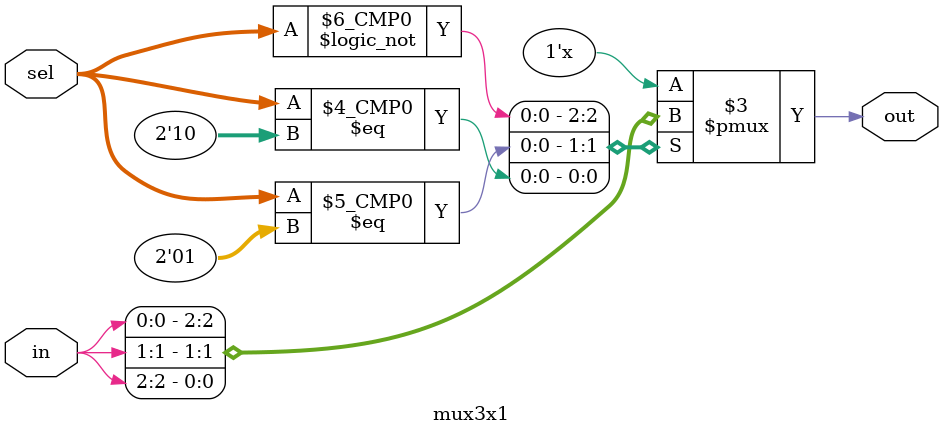
<source format=v>
module mux3x1(
    input [2:0]in,
    input [1:0]sel,
    output reg out
);

always @(*) begin
    case (sel)
    2'b00 : out = in[0];
    2'b01 : out = in[1];
    2'b10 : out = in[2];
    default : out = 1'bx;    
    endcase
end

endmodule 
  
</source>
